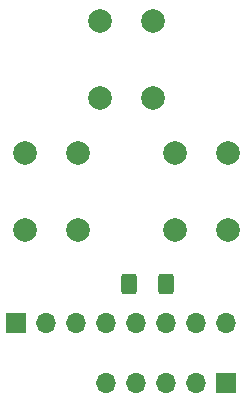
<source format=gbr>
%TF.GenerationSoftware,KiCad,Pcbnew,(6.0.5)*%
%TF.CreationDate,2022-11-12T13:49:09-06:00*%
%TF.ProjectId,remote,72656d6f-7465-42e6-9b69-6361645f7063,rev?*%
%TF.SameCoordinates,Original*%
%TF.FileFunction,Soldermask,Top*%
%TF.FilePolarity,Negative*%
%FSLAX46Y46*%
G04 Gerber Fmt 4.6, Leading zero omitted, Abs format (unit mm)*
G04 Created by KiCad (PCBNEW (6.0.5)) date 2022-11-12 13:49:09*
%MOMM*%
%LPD*%
G01*
G04 APERTURE LIST*
G04 Aperture macros list*
%AMRoundRect*
0 Rectangle with rounded corners*
0 $1 Rounding radius*
0 $2 $3 $4 $5 $6 $7 $8 $9 X,Y pos of 4 corners*
0 Add a 4 corners polygon primitive as box body*
4,1,4,$2,$3,$4,$5,$6,$7,$8,$9,$2,$3,0*
0 Add four circle primitives for the rounded corners*
1,1,$1+$1,$2,$3*
1,1,$1+$1,$4,$5*
1,1,$1+$1,$6,$7*
1,1,$1+$1,$8,$9*
0 Add four rect primitives between the rounded corners*
20,1,$1+$1,$2,$3,$4,$5,0*
20,1,$1+$1,$4,$5,$6,$7,0*
20,1,$1+$1,$6,$7,$8,$9,0*
20,1,$1+$1,$8,$9,$2,$3,0*%
G04 Aperture macros list end*
%ADD10R,1.700000X1.700000*%
%ADD11O,1.700000X1.700000*%
%ADD12RoundRect,0.250000X-0.400000X-0.625000X0.400000X-0.625000X0.400000X0.625000X-0.400000X0.625000X0*%
%ADD13C,2.000000*%
G04 APERTURE END LIST*
D10*
%TO.C,J4*%
X101854000Y-135382000D03*
D11*
X99314000Y-135382000D03*
X96774000Y-135382000D03*
X94234000Y-135382000D03*
X91694000Y-135382000D03*
%TD*%
D12*
%TO.C,R13*%
X93674000Y-127000000D03*
X96774000Y-127000000D03*
%TD*%
D13*
%TO.C,SW2*%
X97572000Y-115876000D03*
X97572000Y-122376000D03*
X102072000Y-122376000D03*
X102072000Y-115876000D03*
%TD*%
%TO.C,SW3*%
X91222000Y-104700000D03*
X91222000Y-111200000D03*
X95722000Y-111200000D03*
X95722000Y-104700000D03*
%TD*%
D10*
%TO.C,J3*%
X84074000Y-130302000D03*
D11*
X86614000Y-130302000D03*
X89154000Y-130302000D03*
X91694000Y-130302000D03*
X94234000Y-130302000D03*
X96774000Y-130302000D03*
X99314000Y-130302000D03*
X101854000Y-130302000D03*
%TD*%
D13*
%TO.C,SW1*%
X84872000Y-115876000D03*
X84872000Y-122376000D03*
X89372000Y-115876000D03*
X89372000Y-122376000D03*
%TD*%
M02*

</source>
